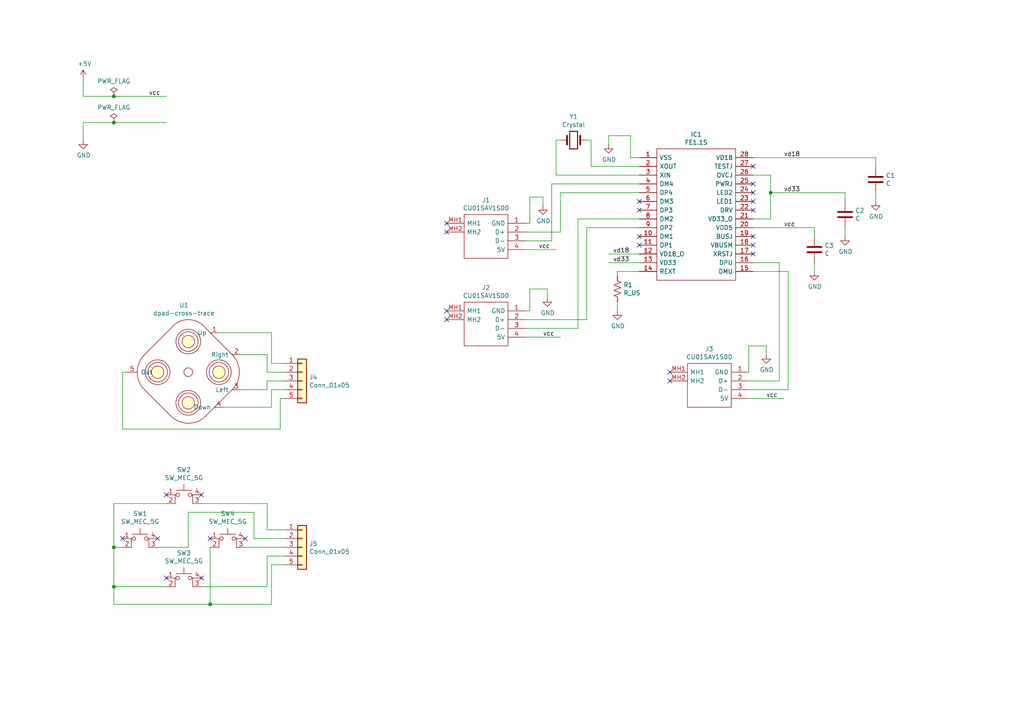
<source format=kicad_sch>
(kicad_sch (version 20230121) (generator eeschema)
  (paper "A4")
  (lib_symbols
    (symbol "CU01SAV1S00:CU01SAV1S00" (pin_names (offset 0.762))
      (property "Reference" "J" (at 19.05 7.62 0))
      (property "Value" "CU01SAV1S00" (at 19.05 5.08 0))
      (symbol "CU01SAV1S00_0_0"
        (pin passive line (at 22.86 0 180) (length 5.08) (name "GND") (number "1"))
        (pin passive line (at 22.86 -2.54 180) (length 5.08) (name "D+") (number "2"))
        (pin passive line (at 22.86 -5.08 180) (length 5.08) (name "D-") (number "3"))
        (pin passive line (at 22.86 -7.62 180) (length 5.08) (name "5V") (number "4"))
        (pin passive line (at 0 0 0) (length 5.08) (name "MH1") (number "MH1"))
        (pin passive line (at 0 -2.54 0) (length 5.08) (name "MH2") (number "MH2"))
      )
      (symbol "CU01SAV1S00_0_1"
        (polyline (pts (xy 5.08 2.54) (xy 17.78 2.54) (xy 17.78 -10.16) (xy 5.08 -10.16) (xy 5.08 2.54)) (stroke (width 0.1524)))
      )
    )
    (symbol "Connector_Generic:Conn_01x05" (pin_names (offset 1.016) hide)
      (property "Reference" "J" (at 0 7.62 0))
      (property "Value" "Conn_01x05" (at 0 -7.62 0))
      (symbol "Conn_01x05_1_1"
        (rectangle (start -1.27 -4.953) (end 0 -5.207) (stroke (width 0.1524)))
        (rectangle (start -1.27 -2.413) (end 0 -2.667) (stroke (width 0.1524)))
        (rectangle (start -1.27 0.127) (end 0 -0.127) (stroke (width 0.1524)))
        (rectangle (start -1.27 2.667) (end 0 2.413) (stroke (width 0.1524)))
        (rectangle (start -1.27 5.207) (end 0 4.953) (stroke (width 0.1524)))
        (rectangle (start -1.27 6.35) (end 1.27 -6.35) (stroke (width 0.254)) (fill (type background)))
        (pin passive line (at -5.08 5.08 0) (length 3.81) (name "Pin_1") (number "1"))
        (pin passive line (at -5.08 2.54 0) (length 3.81) (name "Pin_2") (number "2"))
        (pin passive line (at -5.08 0 0) (length 3.81) (name "Pin_3") (number "3"))
        (pin passive line (at -5.08 -2.54 0) (length 3.81) (name "Pin_4") (number "4"))
        (pin passive line (at -5.08 -5.08 0) (length 3.81) (name "Pin_5") (number "5"))
      )
    )
    (symbol "Device:C" (pin_numbers hide) (pin_names (offset 0.254))
      (property "Reference" "C" (at 0.635 2.54 0))
      (property "Value" "C" (at 0.635 -2.54 0))
      (symbol "C_0_1"
        (polyline (pts (xy -2.032 -0.762) (xy 2.032 -0.762)) (stroke (width 0.508)))
        (polyline (pts (xy -2.032 0.762) (xy 2.032 0.762)) (stroke (width 0.508)))
      )
      (symbol "C_1_1"
        (pin passive line (at 0 3.81 270) (length 2.794) (name "~") (number "1"))
        (pin passive line (at 0 -3.81 90) (length 2.794) (name "~") (number "2"))
      )
    )
    (symbol "Device:Crystal" (pin_numbers hide) (pin_names (offset 1.016) hide)
      (property "Reference" "Y" (at 0 3.81 0))
      (property "Value" "Crystal" (at 0 -3.81 0))
      (symbol "Crystal_0_1"
        (rectangle (start -1.143 2.54) (end 1.143 -2.54) (stroke (width 0.3048)))
        (polyline (pts (xy -2.54 0) (xy -1.905 0)))
        (polyline (pts (xy -1.905 -1.27) (xy -1.905 1.27)) (stroke (width 0.508)))
        (polyline (pts (xy 1.905 -1.27) (xy 1.905 1.27)) (stroke (width 0.508)))
        (polyline (pts (xy 2.54 0) (xy 1.905 0)))
      )
      (symbol "Crystal_1_1"
        (pin passive line (at -3.81 0 0) (length 1.27) (name "1") (number "1"))
        (pin passive line (at 3.81 0 180) (length 1.27) (name "2") (number "2"))
      )
    )
    (symbol "Device:R_US" (pin_numbers hide) (pin_names (offset 0))
      (property "Reference" "R" (at 2.54 0 90))
      (property "Value" "R_US" (at -2.54 0 90))
      (symbol "R_US_0_1"
        (polyline (pts (xy 0 -2.286) (xy 0 -2.54)))
        (polyline (pts (xy 0 2.286) (xy 0 2.54)))
        (polyline (pts (xy 0 -0.762) (xy 1.016 -1.143) (xy 0 -1.524) (xy -1.016 -1.905) (xy 0 -2.286)))
        (polyline (pts (xy 0 0.762) (xy 1.016 0.381) (xy 0 0) (xy -1.016 -0.381) (xy 0 -0.762)))
        (polyline (pts (xy 0 2.286) (xy 1.016 1.905) (xy 0 1.524) (xy -1.016 1.143) (xy 0 0.762)))
      )
      (symbol "R_US_1_1"
        (pin passive line (at 0 3.81 270) (length 1.27) (name "~") (number "1"))
        (pin passive line (at 0 -3.81 90) (length 1.27) (name "~") (number "2"))
      )
    )
    (symbol "FE1.1S:FE1.1S" (pin_names (offset 0.762))
      (property "Reference" "IC" (at 29.21 7.62 0))
      (property "Value" "FE1.1S" (at 29.21 5.08 0))
      (symbol "FE1.1S_0_0"
        (pin passive line (at 0 0 0) (length 5.08) (name "VSS") (number "1"))
        (pin passive line (at 0 -22.86 0) (length 5.08) (name "DM1") (number "10"))
        (pin passive line (at 0 -25.4 0) (length 5.08) (name "DP1") (number "11"))
        (pin passive line (at 0 -27.94 0) (length 5.08) (name "VD18_O") (number "12"))
        (pin passive line (at 0 -30.48 0) (length 5.08) (name "VD33") (number "13"))
        (pin passive line (at 0 -33.02 0) (length 5.08) (name "REXT") (number "14"))
        (pin passive line (at 33.02 -33.02 180) (length 5.08) (name "DMU") (number "15"))
        (pin passive line (at 33.02 -30.48 180) (length 5.08) (name "DPU") (number "16"))
        (pin passive line (at 33.02 -27.94 180) (length 5.08) (name "XRSTJ") (number "17"))
        (pin passive line (at 33.02 -25.4 180) (length 5.08) (name "VBUSM") (number "18"))
        (pin passive line (at 33.02 -22.86 180) (length 5.08) (name "BUSJ") (number "19"))
        (pin passive line (at 0 -2.54 0) (length 5.08) (name "XOUT") (number "2"))
        (pin passive line (at 33.02 -20.32 180) (length 5.08) (name "VDD5") (number "20"))
        (pin passive line (at 33.02 -17.78 180) (length 5.08) (name "VD33_O") (number "21"))
        (pin passive line (at 33.02 -15.24 180) (length 5.08) (name "DRV") (number "22"))
        (pin passive line (at 33.02 -12.7 180) (length 5.08) (name "LED1") (number "23"))
        (pin passive line (at 33.02 -10.16 180) (length 5.08) (name "LED2") (number "24"))
        (pin passive line (at 33.02 -7.62 180) (length 5.08) (name "PWRJ") (number "25"))
        (pin passive line (at 33.02 -5.08 180) (length 5.08) (name "OVCJ") (number "26"))
        (pin passive line (at 33.02 -2.54 180) (length 5.08) (name "TESTJ") (number "27"))
        (pin passive line (at 33.02 0 180) (length 5.08) (name "VD18") (number "28"))
        (pin passive line (at 0 -5.08 0) (length 5.08) (name "XIN") (number "3"))
        (pin passive line (at 0 -7.62 0) (length 5.08) (name "DM4") (number "4"))
        (pin passive line (at 0 -10.16 0) (length 5.08) (name "DP4") (number "5"))
        (pin passive line (at 0 -12.7 0) (length 5.08) (name "DM3") (number "6"))
        (pin passive line (at 0 -15.24 0) (length 5.08) (name "DP3") (number "7"))
        (pin passive line (at 0 -17.78 0) (length 5.08) (name "DM2") (number "8"))
        (pin passive line (at 0 -20.32 0) (length 5.08) (name "DP2") (number "9"))
      )
      (symbol "FE1.1S_0_1"
        (polyline (pts (xy 5.08 2.54) (xy 27.94 2.54) (xy 27.94 -35.56) (xy 5.08 -35.56) (xy 5.08 2.54)) (stroke (width 0.1524)))
      )
    )
    (symbol "Switch:SW_MEC_5E" (pin_names (offset 1.016) hide)
      (property "Reference" "SW" (at 0.635 5.715 0))
      (property "Value" "SW_MEC_5E" (at 0 -3.175 0))
      (symbol "SW_MEC_5E_0_1"
        (circle (center -1.778 2.54) (radius 0.508))
        (polyline (pts (xy -2.286 3.81) (xy 2.286 3.81)))
        (polyline (pts (xy 0 3.81) (xy 0 5.588)))
        (polyline (pts (xy -2.54 0) (xy -2.54 2.54) (xy -2.286 2.54)))
        (polyline (pts (xy 2.54 0) (xy 2.54 2.54) (xy 2.286 2.54)))
        (circle (center 1.778 2.54) (radius 0.508))
        (pin passive line (at -5.08 2.54 0) (length 2.54) (name "1") (number "1"))
        (pin passive line (at -5.08 0 0) (length 2.54) (name "2") (number "2"))
        (pin passive line (at 5.08 0 180) (length 2.54) (name "K") (number "3"))
        (pin passive line (at 5.08 2.54 180) (length 2.54) (name "A") (number "4"))
      )
    )
    (symbol "power:+5V" (power) (pin_names (offset 0))
      (property "Value" "+5V" (at 0 3.556 0))
      (symbol "+5V_0_1"
        (polyline (pts (xy -0.762 1.27) (xy 0 2.54)))
        (polyline (pts (xy 0 0) (xy 0 2.54)))
        (polyline (pts (xy 0 2.54) (xy 0.762 1.27)))
      )
      (symbol "+5V_1_1"
        (pin power_in line (at 0 0 90) (length 0) hide (name "+5V") (number "1"))
      )
    )
    (symbol "power:GND" (power) (pin_names (offset 0))
      (property "Value" "GND" (at 0 -3.81 0))
      (symbol "GND_0_1"
        (polyline (pts (xy 0 0) (xy 0 -1.27) (xy 1.27 -1.27) (xy 0 -2.54) (xy -1.27 -1.27) (xy 0 -1.27)))
      )
      (symbol "GND_1_1"
        (pin power_in line (at 0 0 270) (length 0) hide (name "GND") (number "1"))
      )
    )
    (symbol "power:PWR_FLAG" (power) (pin_numbers hide) (pin_names (offset 0) hide)
      (property "Value" "PWR_FLAG" (at 0 3.81 0))
      (symbol "PWR_FLAG_0_0"
        (pin power_out line (at 0 0 90) (length 0) (name "pwr") (number "1"))
      )
      (symbol "PWR_FLAG_0_1"
        (polyline (pts (xy 0 0) (xy 0 1.27) (xy -1.016 1.905) (xy 0 2.54) (xy 1.016 1.905) (xy 0 1.27)))
      )
    )
    (symbol "rpi-shell:dpad-cross-trace" (pin_names (offset 1.016))
      (property "Reference" "U" (at 0 -16.51 0))
      (property "Value" "dpad-cross-trace" (at 0 17.78 0))
      (symbol "dpad-cross-trace_0_1"
        (arc (start -12.7 5.08) (mid -14.8042 0) (end -12.7 -5.08))
        (arc (start -5.08 -12.7) (mid 0 -14.8042) (end 5.08 -12.7))
        (polyline (pts (xy -12.7 -5.08) (xy -5.08 -12.7)))
        (polyline (pts (xy -5.08 12.7) (xy -12.7 5.08)))
        (polyline (pts (xy 5.08 12.7) (xy 12.7 5.08)))
        (polyline (pts (xy 12.7 -5.08) (xy 5.08 -12.7)))
        (circle (center 0 0) (radius 1.27))
        (circle (center 0 8.89) (radius 1.8034) (fill (type background)))
        (circle (center 0 8.89) (radius 2.8448))
        (circle (center 0 8.89) (radius 3.5814))
        (arc (start 5.08 12.7) (mid 0 15.24) (end -5.08 12.7))
        (arc (start 12.7 -5.08) (mid 14.8042 0) (end 12.7 5.08))
      )
      (symbol "dpad-cross-trace_1_1"
        (circle (center -8.89 0) (radius 1.8034) (fill (type background)))
        (circle (center -8.89 0) (radius 2.8448))
        (circle (center -8.89 0) (radius 3.5814))
        (circle (center 0 -8.89) (radius 1.8034) (fill (type background)))
        (circle (center 0 -8.89) (radius 2.8448))
        (circle (center 0 -8.89) (radius 3.5814))
        (circle (center 8.89 0) (radius 1.8034) (fill (type background)))
        (circle (center 8.89 0) (radius 2.8448))
        (circle (center 8.89 0) (radius 3.5814))
        (pin bidirectional line (at 8.89 11.43 180) (length 2.54) (name "Up") (number "1"))
        (pin bidirectional line (at 15.24 5.08 180) (length 2.54) (name "Right") (number "2"))
        (pin bidirectional line (at 15.24 -5.08 180) (length 2.54) (name "Left") (number "3"))
        (pin bidirectional line (at 10.16 -10.16 180) (length 2.54) (name "Down") (number "4"))
        (pin bidirectional line (at -17.78 0 0) (length 2.9972) (name "Out") (number "5"))
      )
    )
  )
  (junction (at 60.96 175.26))
  (junction (at 33.02 170.18))
  (junction (at 223.52 55.88))
  (junction (at 33.02 27.94))
  (junction (at 33.02 158.75))
  (junction (at 33.02 35.56))
  (no_connect (at 60.96 156.21))
  (no_connect (at 185.42 58.42))
  (no_connect (at 218.44 71.12))
  (no_connect (at 185.42 68.58))
  (no_connect (at 218.44 55.88))
  (no_connect (at 129.54 90.17))
  (no_connect (at 35.56 156.21))
  (no_connect (at 218.44 58.42))
  (no_connect (at 129.54 64.77))
  (no_connect (at 218.44 73.66))
  (no_connect (at 129.54 67.31))
  (no_connect (at 58.42 143.51))
  (no_connect (at 218.44 53.34))
  (no_connect (at 218.44 48.26))
  (no_connect (at 218.44 68.58))
  (no_connect (at 45.72 156.21))
  (no_connect (at 218.44 60.96))
  (no_connect (at 48.26 143.51))
  (no_connect (at 185.42 60.96))
  (no_connect (at 194.31 110.49))
  (no_connect (at 185.42 71.12))
  (no_connect (at 48.26 167.64))
  (no_connect (at 71.12 156.21))
  (no_connect (at 129.54 92.71))
  (no_connect (at 58.42 167.64))
  (no_connect (at 194.31 107.95))
  (wire (pts (xy 33.02 35.56) (xy 48.26 35.56)))
  (wire (pts (xy 228.6 113.03) (xy 217.17 113.03)))
  (wire (pts (xy 223.52 55.88) (xy 223.52 63.5)))
  (wire (pts (xy 58.42 146.05) (xy 77.47 146.05)))
  (wire (pts (xy 69.85 102.87) (xy 77.47 102.87)))
  (wire (pts (xy 170.18 40.64) (xy 171.45 40.64)))
  (wire (pts (xy 170.18 66.04) (xy 185.42 66.04)))
  (wire (pts (xy 82.55 105.41) (xy 78.74 105.41)))
  (wire (pts (xy 223.52 50.8) (xy 223.52 55.88)))
  (wire (pts (xy 222.25 102.87) (xy 222.25 100.33)))
  (wire (pts (xy 222.25 100.33) (xy 217.17 100.33)))
  (wire (pts (xy 185.42 50.8) (xy 161.29 50.8)))
  (wire (pts (xy 152.4 72.39) (xy 161.29 72.39)))
  (wire (pts (xy 78.74 113.03) (xy 78.74 118.11)))
  (wire (pts (xy 60.96 158.75) (xy 60.96 175.26)))
  (wire (pts (xy 161.29 50.8) (xy 161.29 40.64)))
  (wire (pts (xy 33.02 170.18) (xy 33.02 175.26)))
  (wire (pts (xy 77.47 110.49) (xy 77.47 113.03)))
  (wire (pts (xy 223.52 55.88) (xy 245.11 55.88)))
  (wire (pts (xy 228.6 78.74) (xy 228.6 113.03)))
  (wire (pts (xy 73.66 156.21) (xy 82.55 156.21)))
  (wire (pts (xy 171.45 40.64) (xy 171.45 48.26)))
  (wire (pts (xy 33.02 170.18) (xy 48.26 170.18)))
  (wire (pts (xy 179.07 87.63) (xy 179.07 90.17)))
  (wire (pts (xy 58.42 170.18) (xy 77.47 170.18)))
  (wire (pts (xy 152.4 92.71) (xy 170.18 92.71)))
  (wire (pts (xy 77.47 153.67) (xy 82.55 153.67)))
  (wire (pts (xy 77.47 146.05) (xy 77.47 153.67)))
  (wire (pts (xy 77.47 102.87) (xy 77.47 107.95)))
  (wire (pts (xy 36.83 107.95) (xy 35.56 107.95)))
  (wire (pts (xy 176.53 39.37) (xy 182.88 39.37)))
  (wire (pts (xy 33.02 158.75) (xy 33.02 170.18)))
  (wire (pts (xy 24.13 27.94) (xy 33.02 27.94)))
  (wire (pts (xy 182.88 39.37) (xy 182.88 45.72)))
  (wire (pts (xy 185.42 73.66) (xy 176.53 73.66)))
  (wire (pts (xy 73.66 148.59) (xy 73.66 156.21)))
  (wire (pts (xy 236.22 76.2) (xy 236.22 78.74)))
  (wire (pts (xy 157.48 59.69) (xy 157.48 57.15)))
  (wire (pts (xy 152.4 67.31) (xy 162.56 67.31)))
  (wire (pts (xy 223.52 63.5) (xy 218.44 63.5)))
  (wire (pts (xy 77.47 170.18) (xy 77.47 161.29)))
  (wire (pts (xy 45.72 158.75) (xy 54.61 158.75)))
  (wire (pts (xy 78.74 118.11) (xy 64.77 118.11)))
  (wire (pts (xy 60.96 175.26) (xy 78.74 175.26)))
  (wire (pts (xy 185.42 76.2) (xy 176.53 76.2)))
  (wire (pts (xy 35.56 107.95) (xy 35.56 124.46)))
  (wire (pts (xy 78.74 105.41) (xy 78.74 96.52)))
  (wire (pts (xy 217.17 110.49) (xy 226.06 110.49)))
  (wire (pts (xy 71.12 158.75) (xy 82.55 158.75)))
  (wire (pts (xy 78.74 163.83) (xy 82.55 163.83)))
  (wire (pts (xy 162.56 67.31) (xy 162.56 55.88)))
  (wire (pts (xy 24.13 35.56) (xy 33.02 35.56)))
  (wire (pts (xy 152.4 95.25) (xy 167.64 95.25)))
  (wire (pts (xy 226.06 110.49) (xy 226.06 76.2)))
  (wire (pts (xy 218.44 45.72) (xy 254 45.72)))
  (wire (pts (xy 77.47 113.03) (xy 69.85 113.03)))
  (wire (pts (xy 54.61 158.75) (xy 54.61 148.59)))
  (wire (pts (xy 82.55 113.03) (xy 78.74 113.03)))
  (wire (pts (xy 217.17 100.33) (xy 217.17 107.95)))
  (wire (pts (xy 171.45 48.26) (xy 185.42 48.26)))
  (wire (pts (xy 33.02 158.75) (xy 35.56 158.75)))
  (wire (pts (xy 77.47 161.29) (xy 82.55 161.29)))
  (wire (pts (xy 182.88 45.72) (xy 185.42 45.72)))
  (wire (pts (xy 217.17 115.57) (xy 227.33 115.57)))
  (wire (pts (xy 33.02 146.05) (xy 33.02 158.75)))
  (wire (pts (xy 167.64 95.25) (xy 167.64 63.5)))
  (wire (pts (xy 33.02 175.26) (xy 60.96 175.26)))
  (wire (pts (xy 153.67 83.82) (xy 153.67 90.17)))
  (wire (pts (xy 153.67 90.17) (xy 152.4 90.17)))
  (wire (pts (xy 218.44 78.74) (xy 228.6 78.74)))
  (wire (pts (xy 153.67 57.15) (xy 153.67 64.77)))
  (wire (pts (xy 179.07 78.74) (xy 179.07 80.01)))
  (wire (pts (xy 245.11 66.04) (xy 245.11 68.58)))
  (wire (pts (xy 254 45.72) (xy 254 48.26)))
  (wire (pts (xy 160.02 69.85) (xy 160.02 53.34)))
  (wire (pts (xy 77.47 107.95) (xy 82.55 107.95)))
  (wire (pts (xy 24.13 22.86) (xy 24.13 27.94)))
  (wire (pts (xy 218.44 50.8) (xy 223.52 50.8)))
  (wire (pts (xy 158.75 83.82) (xy 153.67 83.82)))
  (wire (pts (xy 153.67 64.77) (xy 152.4 64.77)))
  (wire (pts (xy 185.42 78.74) (xy 179.07 78.74)))
  (wire (pts (xy 54.61 148.59) (xy 73.66 148.59)))
  (wire (pts (xy 162.56 55.88) (xy 185.42 55.88)))
  (wire (pts (xy 152.4 69.85) (xy 160.02 69.85)))
  (wire (pts (xy 48.26 146.05) (xy 33.02 146.05)))
  (wire (pts (xy 35.56 124.46) (xy 81.28 124.46)))
  (wire (pts (xy 33.02 27.94) (xy 48.26 27.94)))
  (wire (pts (xy 167.64 63.5) (xy 185.42 63.5)))
  (wire (pts (xy 161.29 40.64) (xy 162.56 40.64)))
  (wire (pts (xy 78.74 175.26) (xy 78.74 163.83)))
  (wire (pts (xy 82.55 110.49) (xy 77.47 110.49)))
  (wire (pts (xy 226.06 76.2) (xy 218.44 76.2)))
  (wire (pts (xy 24.13 40.64) (xy 24.13 35.56)))
  (wire (pts (xy 236.22 66.04) (xy 236.22 68.58)))
  (wire (pts (xy 78.74 96.52) (xy 63.5 96.52)))
  (wire (pts (xy 170.18 92.71) (xy 170.18 66.04)))
  (wire (pts (xy 81.28 124.46) (xy 81.28 115.57)))
  (wire (pts (xy 218.44 66.04) (xy 236.22 66.04)))
  (wire (pts (xy 160.02 53.34) (xy 185.42 53.34)))
  (wire (pts (xy 245.11 55.88) (xy 245.11 58.42)))
  (wire (pts (xy 157.48 57.15) (xy 153.67 57.15)))
  (wire (pts (xy 152.4 97.79) (xy 162.56 97.79)))
  (wire (pts (xy 81.28 115.57) (xy 82.55 115.57)))
  (wire (pts (xy 254 55.88) (xy 254 58.42)))
  (wire (pts (xy 176.53 41.91) (xy 176.53 39.37)))
  (wire (pts (xy 158.75 83.82) (xy 158.75 86.36)))
  (label "vd33" (at 177.8 76.2 0))
  (label "vcc" (at 43.18 27.94 0))
  (label "vd18" (at 177.8 73.66 0))
  (label "vcc" (at 222.25 115.57 0))
  (label "vcc" (at 156.21 72.39 0))
  (label "vd18" (at 227.33 45.72 0))
  (label "vcc" (at 157.48 97.79 0))
  (label "vd33" (at 227.33 55.88 0))
  (label "vcc" (at 227.33 66.04 0))
  (symbol (lib_id "FE1.1S:FE1.1S") (at 185.42 45.72 0) (unit 1)
    (property "Reference" "IC1" (at 201.93 38.989 0))
    (property "Value" "FE1.1S" (at 201.93 41.3004 0))
    (property "Footprint" "FE1.1S:SOP64P600X175-28N" (effects hide))
    (property "Datasheet" "https://cdn-shop.adafruit.com/product-files/2991/FE1.1s+Data+Sheet+(Rev.+1.0).pdf" (effects hide))
    (property "Description" "USB 2.0 HIGH SPEED 4-PORT HUB CONTROLLER" (effects hide))
    (property "Height" "1.75" (effects hide))
    (property "Manufacturer_Name" "JFD IC" (effects hide))
    (property "Manufacturer_Part_Number" "FE1.1S" (effects hide))
  )
  (symbol (lib_id "Device:Crystal") (at 166.37 40.64 0) (unit 1)
    (property "Reference" "Y1" (at 166.37 33.8328 0))
    (property "Value" "Crystal" (at 166.37 36.1442 0))
    (property "Footprint" "Crystal:Crystal_HC49-4H_Vertical" (effects hide))
  )
  (symbol (lib_id "Device:C") (at 254 52.07 0) (unit 1)
    (property "Reference" "C1" (at 256.921 50.9016 0) (effects (justify left)))
    (property "Value" "C" (at 256.921 53.213 0) (effects (justify left)))
    (property "Footprint" "Capacitor_SMD:C_0603_1608Metric" (effects hide))
  )
  (symbol (lib_id "Device:C") (at 245.11 62.23 0) (unit 1)
    (property "Reference" "C2" (at 248.031 61.0616 0) (effects (justify left)))
    (property "Value" "C" (at 248.031 63.373 0) (effects (justify left)))
    (property "Footprint" "Capacitor_SMD:C_0603_1608Metric" (effects hide))
  )
  (symbol (lib_id "Device:C") (at 236.22 72.39 0) (unit 1)
    (property "Reference" "C3" (at 239.141 71.2216 0) (effects (justify left)))
    (property "Value" "C" (at 239.141 73.533 0) (effects (justify left)))
    (property "Footprint" "Capacitor_SMD:C_0603_1608Metric" (effects hide))
  )
  (symbol (lib_id "Device:R_US") (at 179.07 83.82 0) (unit 1)
    (property "Reference" "R1" (at 180.7972 82.6516 0) (effects (justify left)))
    (property "Value" "R_US" (at 180.7972 84.963 0) (effects (justify left)))
    (property "Footprint" "Resistor_SMD:R_0603_1608Metric" (effects hide))
  )
  (symbol (lib_id "power:+5V") (at 24.13 22.86 0) (unit 1)
    (property "Reference" "#PWR0102" (effects hide))
    (property "Value" "+5V" (at 24.511 18.4658 0))
  )
  (symbol (lib_id "power:GND") (at 179.07 90.17 0) (unit 1)
    (property "Reference" "#PWR02" (effects hide))
    (property "Value" "GND" (at 179.197 94.5642 0))
  )
  (symbol (lib_id "power:GND") (at 176.53 41.91 0) (unit 1)
    (property "Reference" "#PWR01" (effects hide))
    (property "Value" "GND" (at 176.657 46.3042 0))
  )
  (symbol (lib_id "CU01SAV1S00:CU01SAV1S00") (at 129.54 64.77 0) (unit 1)
    (property "Reference" "J1" (at 140.97 58.039 0))
    (property "Value" "CU01SAV1S00" (at 140.97 60.3504 0))
    (property "Footprint" "CU01SAV1S00:CU01SAV1S00" (effects hide))
    (property "Datasheet" "https://media.digikey.com/pdf/Data%20Sheets/Cvilux%20USA%20PDFs/CU0112S.pdf" (effects hide))
    (property "Description" "USB TYPE-A SINGLE PORT STRAIGHT" (effects hide))
    (property "Height" "14" (effects hide))
    (property "Manufacturer_Name" "CviLux Corporation" (effects hide))
    (property "Manufacturer_Part_Number" "CU01SAV1S00" (effects hide))
  )
  (symbol (lib_id "CU01SAV1S00:CU01SAV1S00") (at 129.54 90.17 0) (unit 1)
    (property "Reference" "J2" (at 140.97 83.439 0))
    (property "Value" "CU01SAV1S00" (at 140.97 85.7504 0))
    (property "Footprint" "CU01SAV1S00:CU01SAV1S00" (effects hide))
    (property "Datasheet" "https://media.digikey.com/pdf/Data%20Sheets/Cvilux%20USA%20PDFs/CU0112S.pdf" (effects hide))
    (property "Description" "USB TYPE-A SINGLE PORT STRAIGHT" (effects hide))
    (property "Height" "14" (effects hide))
    (property "Manufacturer_Name" "CviLux Corporation" (effects hide))
    (property "Manufacturer_Part_Number" "CU01SAV1S00" (effects hide))
  )
  (symbol (lib_id "CU01SAV1S00:CU01SAV1S00") (at 194.31 107.95 0) (unit 1)
    (property "Reference" "J3" (at 205.74 101.219 0))
    (property "Value" "CU01SAV1S00" (at 205.74 103.5304 0))
    (property "Footprint" "CU01SAV1S00:CU01SAV1S00" (effects hide))
    (property "Datasheet" "https://media.digikey.com/pdf/Data%20Sheets/Cvilux%20USA%20PDFs/CU0112S.pdf" (effects hide))
    (property "Description" "USB TYPE-A SINGLE PORT STRAIGHT" (effects hide))
    (property "Height" "14" (effects hide))
    (property "Manufacturer_Name" "CviLux Corporation" (effects hide))
    (property "Manufacturer_Part_Number" "CU01SAV1S00" (effects hide))
  )
  (symbol (lib_id "rpi-shell:dpad-cross-trace") (at 54.61 107.95 0) (unit 1)
    (property "Reference" "U1" (at 53.34 88.519 0))
    (property "Value" "dpad-cross-trace" (at 53.34 90.8304 0))
    (property "Footprint" "dpad:3ds_dpad_cross" (effects hide))
  )
  (symbol (lib_id "power:GND") (at 157.48 59.69 0) (unit 1)
    (property "Reference" "#PWR0101" (effects hide))
    (property "Value" "GND" (at 157.607 64.0842 0))
  )
  (symbol (lib_id "power:GND") (at 158.75 86.36 0) (unit 1)
    (property "Reference" "#PWR0103" (effects hide))
    (property "Value" "GND" (at 158.877 90.7542 0))
  )
  (symbol (lib_id "power:GND") (at 222.25 102.87 0) (unit 1)
    (property "Reference" "#PWR0104" (effects hide))
    (property "Value" "GND" (at 222.377 107.2642 0))
  )
  (symbol (lib_id "power:PWR_FLAG") (at 33.02 27.94 0) (unit 1)
    (property "Reference" "#FLG0101" (effects hide))
    (property "Value" "PWR_FLAG" (at 33.02 23.5458 0))
  )
  (symbol (lib_id "power:GND") (at 24.13 40.64 0) (unit 1)
    (property "Reference" "#PWR0105" (effects hide))
    (property "Value" "GND" (at 24.257 45.0342 0))
  )
  (symbol (lib_id "Switch:SW_MEC_5E") (at 53.34 146.05 0) (unit 1)
    (property "Reference" "SW2" (at 53.34 136.271 0))
    (property "Value" "SW_MEC_5G" (at 53.34 138.5824 0))
    (property "Footprint" "Button_Switch_THT:SW_TH_Tactile_Omron_B3F-10xx" (effects hide))
    (property "Datasheet" "http://www.apem.com/int/index.php?controller=attachment&id_attachment=488" (effects hide))
  )
  (symbol (lib_id "power:PWR_FLAG") (at 33.02 35.56 0) (unit 1)
    (property "Reference" "#FLG0102" (effects hide))
    (property "Value" "PWR_FLAG" (at 33.02 31.1658 0))
  )
  (symbol (lib_id "Switch:SW_MEC_5E") (at 66.04 158.75 0) (unit 1)
    (property "Reference" "SW4" (at 66.04 148.971 0))
    (property "Value" "SW_MEC_5G" (at 66.04 151.2824 0))
    (property "Footprint" "Button_Switch_THT:SW_TH_Tactile_Omron_B3F-10xx" (effects hide))
    (property "Datasheet" "http://www.apem.com/int/index.php?controller=attachment&id_attachment=488" (effects hide))
  )
  (symbol (lib_id "Switch:SW_MEC_5E") (at 40.64 158.75 0) (unit 1)
    (property "Reference" "SW1" (at 40.64 148.971 0))
    (property "Value" "SW_MEC_5G" (at 40.64 151.2824 0))
    (property "Footprint" "Button_Switch_THT:SW_TH_Tactile_Omron_B3F-10xx" (effects hide))
    (property "Datasheet" "http://www.apem.com/int/index.php?controller=attachment&id_attachment=488" (effects hide))
  )
  (symbol (lib_id "Switch:SW_MEC_5E") (at 53.34 170.18 0) (unit 1)
    (property "Reference" "SW3" (at 53.34 160.401 0))
    (property "Value" "SW_MEC_5G" (at 53.34 162.7124 0))
    (property "Footprint" "Button_Switch_THT:SW_TH_Tactile_Omron_B3F-10xx" (effects hide))
    (property "Datasheet" "http://www.apem.com/int/index.php?controller=attachment&id_attachment=488" (effects hide))
  )
  (symbol (lib_id "power:GND") (at 254 58.42 0) (unit 1)
    (property "Reference" "#PWR0106" (effects hide))
    (property "Value" "GND" (at 254.127 62.8142 0))
  )
  (symbol (lib_id "power:GND") (at 245.11 68.58 0) (unit 1)
    (property "Reference" "#PWR0107" (effects hide))
    (property "Value" "GND" (at 245.237 72.9742 0))
  )
  (symbol (lib_id "power:GND") (at 236.22 78.74 0) (unit 1)
    (property "Reference" "#PWR0108" (effects hide))
    (property "Value" "GND" (at 236.347 83.1342 0))
  )
  (symbol (lib_id "Connector_Generic:Conn_01x05") (at 87.63 110.49 0) (unit 1)
    (property "Reference" "J4" (at 89.662 109.4232 0) (effects (justify left)))
    (property "Value" "Conn_01x05" (at 89.662 111.7346 0) (effects (justify left)))
    (property "Footprint" "Connector_PinHeader_2.54mm:PinHeader_1x05_P2.54mm_Vertical" (effects hide))
  )
  (symbol (lib_id "Connector_Generic:Conn_01x05") (at 87.63 158.75 0) (unit 1)
    (property "Reference" "J5" (at 89.662 157.6832 0) (effects (justify left)))
    (property "Value" "Conn_01x05" (at 89.662 159.9946 0) (effects (justify left)))
    (property "Footprint" "Connector_PinHeader_2.54mm:PinHeader_1x05_P2.54mm_Vertical" (effects hide))
  )
)
</source>
